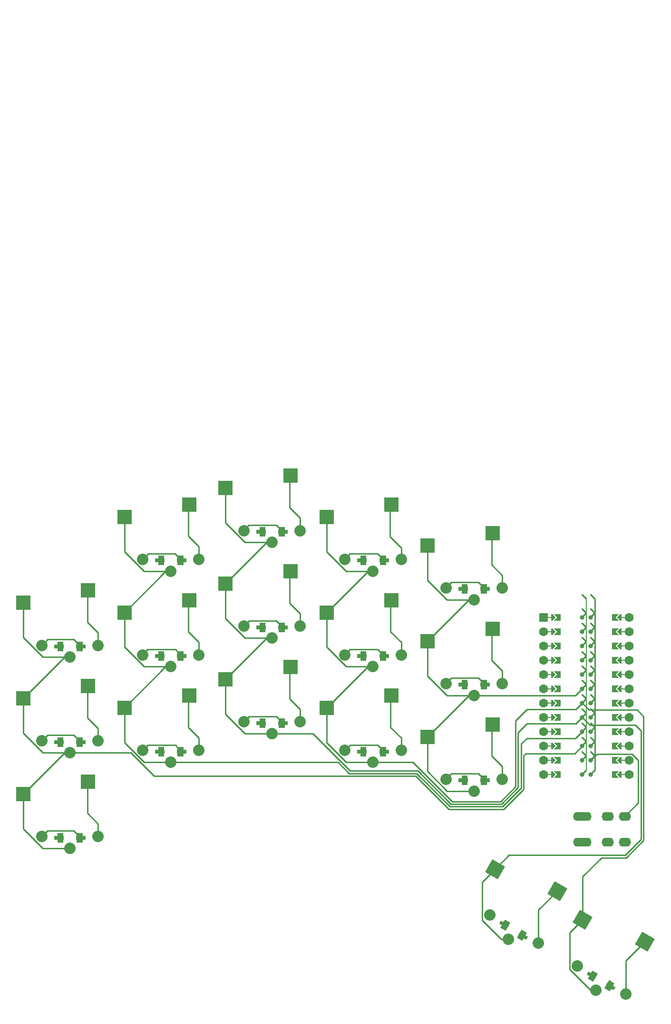
<source format=gbr>
%TF.GenerationSoftware,KiCad,Pcbnew,(6.0.6-1)-1*%
%TF.CreationDate,2022-07-25T21:02:29-05:00*%
%TF.ProjectId,smcboard,736d6362-6f61-4726-942e-6b696361645f,v1.0.0*%
%TF.SameCoordinates,Original*%
%TF.FileFunction,Copper,L1,Top*%
%TF.FilePolarity,Positive*%
%FSLAX46Y46*%
G04 Gerber Fmt 4.6, Leading zero omitted, Abs format (unit mm)*
G04 Created by KiCad (PCBNEW (6.0.6-1)-1) date 2022-07-25 21:02:29*
%MOMM*%
%LPD*%
G01*
G04 APERTURE LIST*
G04 Aperture macros list*
%AMRotRect*
0 Rectangle, with rotation*
0 The origin of the aperture is its center*
0 $1 length*
0 $2 width*
0 $3 Rotation angle, in degrees counterclockwise*
0 Add horizontal line*
21,1,$1,$2,0,0,$3*%
%AMFreePoly0*
4,1,21,0.800354,0.825354,0.800500,0.825000,0.800500,0.300000,0.825000,0.300000,0.825000,-0.300000,0.800500,-0.300000,0.800500,-0.825000,0.800354,-0.825354,0.800000,-0.825500,-0.290000,-0.825500,-0.290354,-0.825354,-0.290500,-0.825000,-0.290500,-0.300000,-0.825000,-0.300000,-0.825000,0.300000,-0.290500,0.300000,-0.290500,0.825000,-0.290354,0.825354,-0.290000,0.825500,0.800000,0.825500,
0.800354,0.825354,0.800354,0.825354,$1*%
%AMFreePoly1*
4,1,21,0.300354,0.825354,0.300500,0.825000,0.300500,0.300000,0.825000,0.300000,0.825000,-0.300000,0.300500,-0.300000,0.300500,-0.825000,0.300354,-0.825354,0.300000,-0.825500,-0.800000,-0.825500,-0.800354,-0.825354,-0.800500,-0.825000,-0.800500,-0.300000,-0.825000,-0.300000,-0.825000,0.300000,-0.800500,0.300000,-0.800500,0.825000,-0.800354,0.825354,-0.800000,0.825500,0.300000,0.825500,
0.300354,0.825354,0.300354,0.825354,$1*%
%AMFreePoly2*
4,1,49,0.088388,4.152388,0.854389,3.386388,0.867708,3.368551,0.871189,3.365530,0.871982,3.362827,0.875852,3.357644,0.882333,3.327543,0.891000,3.298000,0.891000,0.766000,0.887805,0.743969,0.888131,0.739371,0.886780,0.736898,0.885852,0.730498,0.869154,0.704638,0.854389,0.677612,0.088388,-0.088388,0.064607,-0.106146,0.062500,-0.108253,0.061385,-0.108552,0.059644,-0.109852,
0.043810,-0.113261,0.000000,-0.125000,-0.004774,-0.123721,-0.009154,-0.124664,-0.028953,-0.117242,-0.062500,-0.108253,-0.068237,-0.102516,-0.075052,-0.099961,-0.087614,-0.083139,-0.108253,-0.062500,-0.111178,-0.051584,-0.117161,-0.043572,-0.118539,-0.024114,-0.125000,0.000000,-0.121239,0.014035,-0.122131,0.026629,-0.113759,0.041953,-0.108253,0.062500,-0.095642,0.075111,-0.088388,0.088388,
0.641000,0.817777,0.641000,3.246223,-0.088388,3.975612,-0.109852,4.004356,-0.124664,4.073154,-0.099961,4.139052,-0.043572,4.181161,0.026629,4.186131,0.088388,4.152388,0.088388,4.152388,$1*%
%AMFreePoly3*
4,1,6,0.600000,0.200000,0.000000,-0.400000,-0.600000,0.200000,-0.600000,0.400000,0.600000,0.400000,0.600000,0.200000,0.600000,0.200000,$1*%
%AMFreePoly4*
4,1,6,0.600000,-0.250000,-0.600000,-0.250000,-0.600000,1.000000,0.000000,0.400000,0.600000,1.000000,0.600000,-0.250000,0.600000,-0.250000,$1*%
%AMFreePoly5*
4,1,5,0.125000,-0.500000,-0.125000,-0.500000,-0.125000,0.500000,0.125000,0.500000,0.125000,-0.500000,0.125000,-0.500000,$1*%
%AMFreePoly6*
4,1,49,0.088388,4.152388,0.850389,3.390388,0.863708,3.372551,0.867189,3.369530,0.867982,3.366827,0.871852,3.361644,0.878333,3.331543,0.887000,3.302000,0.887000,0.762000,0.883805,0.739969,0.884131,0.735371,0.882780,0.732898,0.881852,0.726498,0.865154,0.700638,0.850389,0.673612,0.088388,-0.088388,0.064607,-0.106146,0.062500,-0.108253,0.061385,-0.108552,0.059644,-0.109852,
0.043810,-0.113261,0.000000,-0.125000,-0.004774,-0.123721,-0.009154,-0.124664,-0.028953,-0.117242,-0.062500,-0.108253,-0.068237,-0.102516,-0.075052,-0.099961,-0.087614,-0.083139,-0.108253,-0.062500,-0.111178,-0.051584,-0.117161,-0.043572,-0.118539,-0.024114,-0.125000,0.000000,-0.121239,0.014035,-0.122131,0.026629,-0.113759,0.041953,-0.108253,0.062500,-0.095642,0.075111,-0.088388,0.088388,
0.637000,0.813777,0.637000,3.250223,-0.088388,3.975612,-0.109852,4.004356,-0.124664,4.073154,-0.099961,4.139052,-0.043572,4.181161,0.026629,4.186131,0.088388,4.152388,0.088388,4.152388,$1*%
G04 Aperture macros list end*
%TA.AperFunction,SMDPad,CuDef*%
%ADD10R,2.600000X2.600000*%
%TD*%
%TA.AperFunction,ComponentPad*%
%ADD11C,2.032000*%
%TD*%
%TA.AperFunction,SMDPad,CuDef*%
%ADD12FreePoly0,0.000000*%
%TD*%
%TA.AperFunction,SMDPad,CuDef*%
%ADD13FreePoly1,0.000000*%
%TD*%
%TA.AperFunction,ComponentPad*%
%ADD14C,0.300000*%
%TD*%
%TA.AperFunction,SMDPad,CuDef*%
%ADD15RotRect,2.600000X2.600000X330.000000*%
%TD*%
%TA.AperFunction,SMDPad,CuDef*%
%ADD16FreePoly0,330.000000*%
%TD*%
%TA.AperFunction,SMDPad,CuDef*%
%ADD17FreePoly1,330.000000*%
%TD*%
%TA.AperFunction,SMDPad,CuDef*%
%ADD18FreePoly2,270.000000*%
%TD*%
%TA.AperFunction,ComponentPad*%
%ADD19C,1.600000*%
%TD*%
%TA.AperFunction,SMDPad,CuDef*%
%ADD20FreePoly3,90.000000*%
%TD*%
%TA.AperFunction,SMDPad,CuDef*%
%ADD21FreePoly4,90.000000*%
%TD*%
%TA.AperFunction,SMDPad,CuDef*%
%ADD22FreePoly5,90.000000*%
%TD*%
%TA.AperFunction,ComponentPad*%
%ADD23R,1.600000X1.600000*%
%TD*%
%TA.AperFunction,SMDPad,CuDef*%
%ADD24FreePoly4,270.000000*%
%TD*%
%TA.AperFunction,SMDPad,CuDef*%
%ADD25FreePoly5,270.000000*%
%TD*%
%TA.AperFunction,SMDPad,CuDef*%
%ADD26FreePoly3,270.000000*%
%TD*%
%TA.AperFunction,SMDPad,CuDef*%
%ADD27FreePoly6,90.000000*%
%TD*%
%TA.AperFunction,ComponentPad*%
%ADD28C,0.800000*%
%TD*%
%TA.AperFunction,ComponentPad*%
%ADD29O,2.200000X1.600000*%
%TD*%
%TA.AperFunction,Conductor*%
%ADD30C,0.250000*%
%TD*%
G04 APERTURE END LIST*
D10*
%TO.P,S1,1*%
%TO.N,pinky_bottom*%
X141836539Y-136546000D03*
%TO.P,S1,2*%
%TO.N,P7*%
X130286539Y-138746000D03*
%TD*%
D11*
%TO.P,S2,1*%
%TO.N,pinky_bottom*%
X133561539Y-146296000D03*
%TO.P,S2,2*%
%TO.N,P7*%
X138561539Y-148396000D03*
%TO.P,S2,1*%
%TO.N,pinky_bottom*%
X143561539Y-146296000D03*
%TO.P,S2,2*%
%TO.N,P7*%
X138561539Y-148396000D03*
%TD*%
D12*
%TO.P,D1,1*%
%TO.N,P2*%
X136611539Y-146496000D03*
D13*
%TO.P,D1,2*%
%TO.N,pinky_bottom*%
X140511539Y-146496000D03*
D14*
%TO.P,D1,1*%
%TO.N,P2*%
X136611539Y-146496000D03*
%TO.P,D1,2*%
%TO.N,pinky_bottom*%
X140511539Y-146496000D03*
%TD*%
D10*
%TO.P,S3,1*%
%TO.N,pinky_home*%
X141836539Y-119546000D03*
%TO.P,S3,2*%
%TO.N,P7*%
X130286539Y-121746000D03*
%TD*%
D11*
%TO.P,S4,1*%
%TO.N,pinky_home*%
X133561539Y-129296000D03*
%TO.P,S4,2*%
%TO.N,P7*%
X138561539Y-131396000D03*
%TO.P,S4,1*%
%TO.N,pinky_home*%
X143561539Y-129296000D03*
%TO.P,S4,2*%
%TO.N,P7*%
X138561539Y-131396000D03*
%TD*%
D12*
%TO.P,D2,1*%
%TO.N,P0*%
X136611539Y-129496000D03*
D13*
%TO.P,D2,2*%
%TO.N,pinky_home*%
X140511539Y-129496000D03*
D14*
%TO.P,D2,1*%
%TO.N,P0*%
X136611539Y-129496000D03*
%TO.P,D2,2*%
%TO.N,pinky_home*%
X140511539Y-129496000D03*
%TD*%
D10*
%TO.P,S5,1*%
%TO.N,pinky_top*%
X141836539Y-102546000D03*
%TO.P,S5,2*%
%TO.N,P7*%
X130286539Y-104746000D03*
%TD*%
D11*
%TO.P,S6,1*%
%TO.N,pinky_top*%
X133561539Y-112296000D03*
%TO.P,S6,2*%
%TO.N,P7*%
X138561539Y-114396000D03*
%TO.P,S6,1*%
%TO.N,pinky_top*%
X143561539Y-112296000D03*
%TO.P,S6,2*%
%TO.N,P7*%
X138561539Y-114396000D03*
%TD*%
D12*
%TO.P,D3,1*%
%TO.N,P1*%
X136611539Y-112496000D03*
D13*
%TO.P,D3,2*%
%TO.N,pinky_top*%
X140511539Y-112496000D03*
D14*
%TO.P,D3,1*%
%TO.N,P1*%
X136611539Y-112496000D03*
%TO.P,D3,2*%
%TO.N,pinky_top*%
X140511539Y-112496000D03*
%TD*%
D10*
%TO.P,S7,1*%
%TO.N,ring_bottom*%
X159836539Y-121246000D03*
%TO.P,S7,2*%
%TO.N,P6*%
X148286539Y-123446000D03*
%TD*%
D11*
%TO.P,S8,1*%
%TO.N,ring_bottom*%
X151561539Y-130996000D03*
%TO.P,S8,2*%
%TO.N,P6*%
X156561539Y-133096000D03*
%TO.P,S8,1*%
%TO.N,ring_bottom*%
X161561539Y-130996000D03*
%TO.P,S8,2*%
%TO.N,P6*%
X156561539Y-133096000D03*
%TD*%
D12*
%TO.P,D4,1*%
%TO.N,P2*%
X154611539Y-131196000D03*
D13*
%TO.P,D4,2*%
%TO.N,ring_bottom*%
X158511539Y-131196000D03*
D14*
%TO.P,D4,1*%
%TO.N,P2*%
X154611539Y-131196000D03*
%TO.P,D4,2*%
%TO.N,ring_bottom*%
X158511539Y-131196000D03*
%TD*%
D10*
%TO.P,S9,1*%
%TO.N,ring_home*%
X159836539Y-104246000D03*
%TO.P,S9,2*%
%TO.N,P6*%
X148286539Y-106446000D03*
%TD*%
D11*
%TO.P,S10,1*%
%TO.N,ring_home*%
X151561539Y-113996000D03*
%TO.P,S10,2*%
%TO.N,P6*%
X156561539Y-116096000D03*
%TO.P,S10,1*%
%TO.N,ring_home*%
X161561539Y-113996000D03*
%TO.P,S10,2*%
%TO.N,P6*%
X156561539Y-116096000D03*
%TD*%
D12*
%TO.P,D5,1*%
%TO.N,P0*%
X154611539Y-114196000D03*
D13*
%TO.P,D5,2*%
%TO.N,ring_home*%
X158511539Y-114196000D03*
D14*
%TO.P,D5,1*%
%TO.N,P0*%
X154611539Y-114196000D03*
%TO.P,D5,2*%
%TO.N,ring_home*%
X158511539Y-114196000D03*
%TD*%
D10*
%TO.P,S11,1*%
%TO.N,ring_top*%
X159836539Y-87246000D03*
%TO.P,S11,2*%
%TO.N,P6*%
X148286539Y-89446000D03*
%TD*%
D11*
%TO.P,S12,1*%
%TO.N,ring_top*%
X151561539Y-96996000D03*
%TO.P,S12,2*%
%TO.N,P6*%
X156561539Y-99096000D03*
%TO.P,S12,1*%
%TO.N,ring_top*%
X161561539Y-96996000D03*
%TO.P,S12,2*%
%TO.N,P6*%
X156561539Y-99096000D03*
%TD*%
D12*
%TO.P,D6,1*%
%TO.N,P1*%
X154611539Y-97196000D03*
D13*
%TO.P,D6,2*%
%TO.N,ring_top*%
X158511539Y-97196000D03*
D14*
%TO.P,D6,1*%
%TO.N,P1*%
X154611539Y-97196000D03*
%TO.P,D6,2*%
%TO.N,ring_top*%
X158511539Y-97196000D03*
%TD*%
D10*
%TO.P,S13,1*%
%TO.N,middle_bottom*%
X177836539Y-116146000D03*
%TO.P,S13,2*%
%TO.N,P5*%
X166286539Y-118346000D03*
%TD*%
D11*
%TO.P,S14,1*%
%TO.N,middle_bottom*%
X169561539Y-125896000D03*
%TO.P,S14,2*%
%TO.N,P5*%
X174561539Y-127996000D03*
%TO.P,S14,1*%
%TO.N,middle_bottom*%
X179561539Y-125896000D03*
%TO.P,S14,2*%
%TO.N,P5*%
X174561539Y-127996000D03*
%TD*%
D12*
%TO.P,D7,1*%
%TO.N,P2*%
X172611539Y-126096000D03*
D13*
%TO.P,D7,2*%
%TO.N,middle_bottom*%
X176511539Y-126096000D03*
D14*
%TO.P,D7,1*%
%TO.N,P2*%
X172611539Y-126096000D03*
%TO.P,D7,2*%
%TO.N,middle_bottom*%
X176511539Y-126096000D03*
%TD*%
D10*
%TO.P,S15,1*%
%TO.N,middle_home*%
X177836539Y-99146000D03*
%TO.P,S15,2*%
%TO.N,P5*%
X166286539Y-101346000D03*
%TD*%
D11*
%TO.P,S16,1*%
%TO.N,middle_home*%
X169561539Y-108896000D03*
%TO.P,S16,2*%
%TO.N,P5*%
X174561539Y-110996000D03*
%TO.P,S16,1*%
%TO.N,middle_home*%
X179561539Y-108896000D03*
%TO.P,S16,2*%
%TO.N,P5*%
X174561539Y-110996000D03*
%TD*%
D12*
%TO.P,D8,1*%
%TO.N,P0*%
X172611539Y-109096000D03*
D13*
%TO.P,D8,2*%
%TO.N,middle_home*%
X176511539Y-109096000D03*
D14*
%TO.P,D8,1*%
%TO.N,P0*%
X172611539Y-109096000D03*
%TO.P,D8,2*%
%TO.N,middle_home*%
X176511539Y-109096000D03*
%TD*%
D10*
%TO.P,S17,1*%
%TO.N,middle_top*%
X177836539Y-82146000D03*
%TO.P,S17,2*%
%TO.N,P5*%
X166286539Y-84346000D03*
%TD*%
D11*
%TO.P,S18,1*%
%TO.N,middle_top*%
X169561539Y-91896000D03*
%TO.P,S18,2*%
%TO.N,P5*%
X174561539Y-93996000D03*
%TO.P,S18,1*%
%TO.N,middle_top*%
X179561539Y-91896000D03*
%TO.P,S18,2*%
%TO.N,P5*%
X174561539Y-93996000D03*
%TD*%
D12*
%TO.P,D9,1*%
%TO.N,P1*%
X172611539Y-92096000D03*
D13*
%TO.P,D9,2*%
%TO.N,middle_top*%
X176511539Y-92096000D03*
D14*
%TO.P,D9,1*%
%TO.N,P1*%
X172611539Y-92096000D03*
%TO.P,D9,2*%
%TO.N,middle_top*%
X176511539Y-92096000D03*
%TD*%
D10*
%TO.P,S19,1*%
%TO.N,index_bottom*%
X195836539Y-121246000D03*
%TO.P,S19,2*%
%TO.N,P4*%
X184286539Y-123446000D03*
%TD*%
D11*
%TO.P,S20,1*%
%TO.N,index_bottom*%
X187561539Y-130996000D03*
%TO.P,S20,2*%
%TO.N,P4*%
X192561539Y-133096000D03*
%TO.P,S20,1*%
%TO.N,index_bottom*%
X197561539Y-130996000D03*
%TO.P,S20,2*%
%TO.N,P4*%
X192561539Y-133096000D03*
%TD*%
D12*
%TO.P,D10,1*%
%TO.N,P2*%
X190611539Y-131196000D03*
D13*
%TO.P,D10,2*%
%TO.N,index_bottom*%
X194511539Y-131196000D03*
D14*
%TO.P,D10,1*%
%TO.N,P2*%
X190611539Y-131196000D03*
%TO.P,D10,2*%
%TO.N,index_bottom*%
X194511539Y-131196000D03*
%TD*%
D10*
%TO.P,S21,1*%
%TO.N,index_home*%
X195836539Y-104246000D03*
%TO.P,S21,2*%
%TO.N,P4*%
X184286539Y-106446000D03*
%TD*%
D11*
%TO.P,S22,1*%
%TO.N,index_home*%
X187561539Y-113996000D03*
%TO.P,S22,2*%
%TO.N,P4*%
X192561539Y-116096000D03*
%TO.P,S22,1*%
%TO.N,index_home*%
X197561539Y-113996000D03*
%TO.P,S22,2*%
%TO.N,P4*%
X192561539Y-116096000D03*
%TD*%
D12*
%TO.P,D11,1*%
%TO.N,P0*%
X190611539Y-114196000D03*
D13*
%TO.P,D11,2*%
%TO.N,index_home*%
X194511539Y-114196000D03*
D14*
%TO.P,D11,1*%
%TO.N,P0*%
X190611539Y-114196000D03*
%TO.P,D11,2*%
%TO.N,index_home*%
X194511539Y-114196000D03*
%TD*%
D10*
%TO.P,S23,1*%
%TO.N,index_top*%
X195836539Y-87246000D03*
%TO.P,S23,2*%
%TO.N,P4*%
X184286539Y-89446000D03*
%TD*%
D11*
%TO.P,S24,1*%
%TO.N,index_top*%
X187561539Y-96996000D03*
%TO.P,S24,2*%
%TO.N,P4*%
X192561539Y-99096000D03*
%TO.P,S24,1*%
%TO.N,index_top*%
X197561539Y-96996000D03*
%TO.P,S24,2*%
%TO.N,P4*%
X192561539Y-99096000D03*
%TD*%
D12*
%TO.P,D12,1*%
%TO.N,P1*%
X190611539Y-97196000D03*
D13*
%TO.P,D12,2*%
%TO.N,index_top*%
X194511539Y-97196000D03*
D14*
%TO.P,D12,1*%
%TO.N,P1*%
X190611539Y-97196000D03*
%TO.P,D12,2*%
%TO.N,index_top*%
X194511539Y-97196000D03*
%TD*%
D10*
%TO.P,S25,1*%
%TO.N,inner_bottom*%
X213836539Y-126346000D03*
%TO.P,S25,2*%
%TO.N,P3*%
X202286539Y-128546000D03*
%TD*%
D11*
%TO.P,S26,1*%
%TO.N,inner_bottom*%
X205561539Y-136096000D03*
%TO.P,S26,2*%
%TO.N,P3*%
X210561539Y-138196000D03*
%TO.P,S26,1*%
%TO.N,inner_bottom*%
X215561539Y-136096000D03*
%TO.P,S26,2*%
%TO.N,P3*%
X210561539Y-138196000D03*
%TD*%
D12*
%TO.P,D13,1*%
%TO.N,P2*%
X208611539Y-136296000D03*
D13*
%TO.P,D13,2*%
%TO.N,inner_bottom*%
X212511539Y-136296000D03*
D14*
%TO.P,D13,1*%
%TO.N,P2*%
X208611539Y-136296000D03*
%TO.P,D13,2*%
%TO.N,inner_bottom*%
X212511539Y-136296000D03*
%TD*%
D10*
%TO.P,S27,1*%
%TO.N,inner_home*%
X213836539Y-109346000D03*
%TO.P,S27,2*%
%TO.N,P3*%
X202286539Y-111546000D03*
%TD*%
D11*
%TO.P,S28,1*%
%TO.N,inner_home*%
X205561539Y-119096000D03*
%TO.P,S28,2*%
%TO.N,P3*%
X210561539Y-121196000D03*
%TO.P,S28,1*%
%TO.N,inner_home*%
X215561539Y-119096000D03*
%TO.P,S28,2*%
%TO.N,P3*%
X210561539Y-121196000D03*
%TD*%
D12*
%TO.P,D14,1*%
%TO.N,P0*%
X208611539Y-119296000D03*
D13*
%TO.P,D14,2*%
%TO.N,inner_home*%
X212511539Y-119296000D03*
D14*
%TO.P,D14,1*%
%TO.N,P0*%
X208611539Y-119296000D03*
%TO.P,D14,2*%
%TO.N,inner_home*%
X212511539Y-119296000D03*
%TD*%
D10*
%TO.P,S29,1*%
%TO.N,inner_top*%
X213836539Y-92346000D03*
%TO.P,S29,2*%
%TO.N,P3*%
X202286539Y-94546000D03*
%TD*%
D11*
%TO.P,S30,1*%
%TO.N,inner_top*%
X205561539Y-102096000D03*
%TO.P,S30,2*%
%TO.N,P3*%
X210561539Y-104196000D03*
%TO.P,S30,1*%
%TO.N,inner_top*%
X215561539Y-102096000D03*
%TO.P,S30,2*%
%TO.N,P3*%
X210561539Y-104196000D03*
%TD*%
D12*
%TO.P,D15,1*%
%TO.N,P1*%
X208611539Y-102296000D03*
D13*
%TO.P,D15,2*%
%TO.N,inner_top*%
X212511539Y-102296000D03*
D14*
%TO.P,D15,1*%
%TO.N,P1*%
X208611539Y-102296000D03*
%TO.P,D15,2*%
%TO.N,inner_top*%
X212511539Y-102296000D03*
%TD*%
D15*
%TO.P,S31,1*%
%TO.N,near_thumb*%
X225372772Y-155980649D03*
%TO.P,S31,2*%
%TO.N,P5*%
X214270179Y-152110905D03*
%TD*%
D11*
%TO.P,S32,1*%
%TO.N,near_thumb*%
X213331412Y-160286897D03*
%TO.P,S32,2*%
%TO.N,P5*%
X216611539Y-164605550D03*
%TO.P,S32,1*%
%TO.N,near_thumb*%
X221991666Y-165286897D03*
%TO.P,S32,2*%
%TO.N,P5*%
X216611539Y-164605550D03*
%TD*%
D16*
%TO.P,D16,1*%
%TO.N,P9*%
X215872789Y-161985102D03*
D17*
%TO.P,D16,2*%
%TO.N,near_thumb*%
X219250289Y-163935102D03*
D14*
%TO.P,D16,1*%
%TO.N,P9*%
X215872789Y-161985102D03*
%TO.P,D16,2*%
%TO.N,near_thumb*%
X219250289Y-163935102D03*
%TD*%
D15*
%TO.P,S33,1*%
%TO.N,home_thumb*%
X240961229Y-164980649D03*
%TO.P,S33,2*%
%TO.N,P4*%
X229858636Y-161110905D03*
%TD*%
D11*
%TO.P,S34,1*%
%TO.N,home_thumb*%
X228919869Y-169286897D03*
%TO.P,S34,2*%
%TO.N,P4*%
X232199996Y-173605550D03*
%TO.P,S34,1*%
%TO.N,home_thumb*%
X237580123Y-174286897D03*
%TO.P,S34,2*%
%TO.N,P4*%
X232199996Y-173605550D03*
%TD*%
D16*
%TO.P,D17,1*%
%TO.N,P9*%
X231461246Y-170985102D03*
D17*
%TO.P,D17,2*%
%TO.N,home_thumb*%
X234838746Y-172935102D03*
D14*
%TO.P,D17,1*%
%TO.N,P9*%
X231461246Y-170985102D03*
%TO.P,D17,2*%
%TO.N,home_thumb*%
X234838746Y-172935102D03*
%TD*%
D18*
%TO.P,MCU1,2*%
%TO.N,GND*%
X231323539Y-109866000D03*
D19*
%TO.P,MCU1,*%
%TO.N,*%
X222941539Y-107326000D03*
X222941539Y-109866000D03*
X222941539Y-112406000D03*
X222941539Y-114946000D03*
X222941539Y-117486000D03*
X222941539Y-120026000D03*
X222941539Y-122566000D03*
X222941539Y-125106000D03*
X222941539Y-127646000D03*
X222941539Y-130186000D03*
X222941539Y-132726000D03*
X222941539Y-135266000D03*
X238181539Y-135266000D03*
X238181539Y-132726000D03*
X238181539Y-130186000D03*
X238181539Y-127646000D03*
X238181539Y-125106000D03*
X238181539Y-122566000D03*
X238181539Y-120026000D03*
X238181539Y-117486000D03*
X238181539Y-114946000D03*
X238181539Y-112406000D03*
X238181539Y-109866000D03*
X238181539Y-107326000D03*
D20*
X224719539Y-107326000D03*
D21*
%TO.P,MCU1,24*%
%TO.N,P1*%
X225735539Y-107326000D03*
D22*
%TO.P,MCU1,*%
%TO.N,*%
X224211539Y-107326000D03*
D23*
X222941539Y-107326000D03*
D22*
X224211539Y-109866000D03*
D20*
X224719539Y-109866000D03*
D21*
%TO.P,MCU1,23*%
%TO.N,P0*%
X225735539Y-109866000D03*
D22*
%TO.P,MCU1,*%
%TO.N,*%
X224211539Y-112406000D03*
D20*
X224719539Y-112406000D03*
D21*
%TO.P,MCU1,22*%
%TO.N,GND*%
X225735539Y-112406000D03*
D22*
%TO.P,MCU1,*%
%TO.N,*%
X224211539Y-114946000D03*
D20*
X224719539Y-114946000D03*
D21*
%TO.P,MCU1,21*%
%TO.N,GND*%
X225735539Y-114946000D03*
D22*
%TO.P,MCU1,*%
%TO.N,*%
X224211539Y-117486000D03*
D20*
X224719539Y-117486000D03*
D21*
%TO.P,MCU1,20*%
%TO.N,P2*%
X225735539Y-117486000D03*
D22*
%TO.P,MCU1,*%
%TO.N,*%
X224211539Y-120026000D03*
D20*
X224719539Y-120026000D03*
D21*
%TO.P,MCU1,19*%
%TO.N,P3*%
X225735539Y-120026000D03*
D22*
%TO.P,MCU1,*%
%TO.N,*%
X224211539Y-122566000D03*
D20*
X224719539Y-122566000D03*
D21*
%TO.P,MCU1,18*%
%TO.N,P4*%
X225735539Y-122566000D03*
D22*
%TO.P,MCU1,*%
%TO.N,*%
X224211539Y-125106000D03*
D20*
X224719539Y-125106000D03*
D21*
%TO.P,MCU1,17*%
%TO.N,P5*%
X225735539Y-125106000D03*
D22*
%TO.P,MCU1,*%
%TO.N,*%
X224211539Y-127646000D03*
D20*
X224719539Y-127646000D03*
D21*
%TO.P,MCU1,16*%
%TO.N,P6*%
X225735539Y-127646000D03*
D22*
%TO.P,MCU1,*%
%TO.N,*%
X224211539Y-130186000D03*
D20*
X224719539Y-130186000D03*
D21*
%TO.P,MCU1,15*%
%TO.N,P7*%
X225735539Y-130186000D03*
D22*
%TO.P,MCU1,*%
%TO.N,*%
X224211539Y-132726000D03*
D20*
X224719539Y-132726000D03*
D21*
%TO.P,MCU1,14*%
%TO.N,P8*%
X225735539Y-132726000D03*
D22*
%TO.P,MCU1,*%
%TO.N,*%
X224211539Y-135266000D03*
D20*
X224719539Y-135266000D03*
D21*
%TO.P,MCU1,13*%
%TO.N,P9*%
X225735539Y-135266000D03*
D24*
%TO.P,MCU1,1*%
%TO.N,RAW*%
X235387539Y-107326000D03*
%TO.P,MCU1,3*%
%TO.N,RST*%
X235387539Y-112406000D03*
D25*
%TO.P,MCU1,*%
%TO.N,*%
X236911539Y-112406000D03*
D26*
X236403539Y-112406000D03*
X236403539Y-107326000D03*
D25*
X236911539Y-109866000D03*
D24*
%TO.P,MCU1,2*%
%TO.N,GND*%
X235387539Y-109866000D03*
D25*
%TO.P,MCU1,*%
%TO.N,*%
X236911539Y-107326000D03*
D24*
%TO.P,MCU1,4*%
%TO.N,VCC*%
X235387539Y-114946000D03*
D26*
%TO.P,MCU1,*%
%TO.N,*%
X236403539Y-109866000D03*
X236403539Y-114946000D03*
D24*
%TO.P,MCU1,6*%
%TO.N,P20*%
X235387539Y-120026000D03*
%TO.P,MCU1,7*%
%TO.N,P19*%
X235387539Y-122566000D03*
D25*
%TO.P,MCU1,*%
%TO.N,*%
X236911539Y-135266000D03*
D26*
X236403539Y-122566000D03*
D25*
X236911539Y-130186000D03*
D24*
%TO.P,MCU1,8*%
%TO.N,P18*%
X235387539Y-125106000D03*
D25*
%TO.P,MCU1,*%
%TO.N,*%
X236911539Y-122566000D03*
D24*
%TO.P,MCU1,12*%
%TO.N,P10*%
X235387539Y-135266000D03*
D26*
%TO.P,MCU1,*%
%TO.N,*%
X236403539Y-125106000D03*
D25*
X236911539Y-127646000D03*
D26*
X236403539Y-135266000D03*
D25*
X236911539Y-117486000D03*
X236911539Y-125106000D03*
X236911539Y-120026000D03*
D24*
%TO.P,MCU1,9*%
%TO.N,P15*%
X235387539Y-127646000D03*
D25*
%TO.P,MCU1,*%
%TO.N,*%
X236911539Y-114946000D03*
D26*
X236403539Y-117486000D03*
X236403539Y-120026000D03*
X236403539Y-127646000D03*
D24*
%TO.P,MCU1,10*%
%TO.N,P14*%
X235387539Y-130186000D03*
D26*
%TO.P,MCU1,*%
%TO.N,*%
X236403539Y-130186000D03*
X236403539Y-132726000D03*
D24*
%TO.P,MCU1,11*%
%TO.N,P16*%
X235387539Y-132726000D03*
D25*
%TO.P,MCU1,*%
%TO.N,*%
X236911539Y-132726000D03*
D24*
%TO.P,MCU1,5*%
%TO.N,P21*%
X235387539Y-117486000D03*
D27*
%TO.P,MCU1,23*%
%TO.N,P0*%
X229799539Y-109866000D03*
D28*
%TO.P,MCU1,2*%
%TO.N,GND*%
X231323539Y-109866000D03*
%TO.P,MCU1,23*%
%TO.N,P0*%
X229799539Y-109866000D03*
%TO.P,MCU1,24*%
%TO.N,P1*%
X229799539Y-107326000D03*
%TO.P,MCU1,1*%
%TO.N,RAW*%
X231323539Y-107326000D03*
D18*
X231323539Y-107326000D03*
D27*
%TO.P,MCU1,24*%
%TO.N,P1*%
X229799539Y-107326000D03*
D28*
%TO.P,MCU1,22*%
%TO.N,GND*%
X229799539Y-112406000D03*
%TO.P,MCU1,3*%
%TO.N,RST*%
X231323539Y-112406000D03*
D18*
X231323539Y-112406000D03*
D27*
%TO.P,MCU1,22*%
%TO.N,GND*%
X229799539Y-112406000D03*
D28*
%TO.P,MCU1,21*%
X229799539Y-114946000D03*
%TO.P,MCU1,4*%
%TO.N,VCC*%
X231323539Y-114946000D03*
D18*
X231323539Y-114946000D03*
D27*
%TO.P,MCU1,21*%
%TO.N,GND*%
X229799539Y-114946000D03*
D28*
%TO.P,MCU1,20*%
%TO.N,P2*%
X229799539Y-117486000D03*
%TO.P,MCU1,5*%
%TO.N,P21*%
X231323539Y-117486000D03*
D18*
X231323539Y-117486000D03*
D27*
%TO.P,MCU1,20*%
%TO.N,P2*%
X229799539Y-117486000D03*
D28*
%TO.P,MCU1,19*%
%TO.N,P3*%
X229799539Y-120026000D03*
%TO.P,MCU1,6*%
%TO.N,P20*%
X231323539Y-120026000D03*
D18*
X231323539Y-120026000D03*
D27*
%TO.P,MCU1,19*%
%TO.N,P3*%
X229799539Y-120026000D03*
D28*
%TO.P,MCU1,18*%
%TO.N,P4*%
X229799539Y-122566000D03*
%TO.P,MCU1,7*%
%TO.N,P19*%
X231323539Y-122566000D03*
D18*
X231323539Y-122566000D03*
D27*
%TO.P,MCU1,18*%
%TO.N,P4*%
X229799539Y-122566000D03*
D28*
%TO.P,MCU1,17*%
%TO.N,P5*%
X229799539Y-125106000D03*
%TO.P,MCU1,8*%
%TO.N,P18*%
X231323539Y-125106000D03*
D18*
X231323539Y-125106000D03*
D27*
%TO.P,MCU1,17*%
%TO.N,P5*%
X229799539Y-125106000D03*
D28*
%TO.P,MCU1,16*%
%TO.N,P6*%
X229799539Y-127646000D03*
%TO.P,MCU1,9*%
%TO.N,P15*%
X231323539Y-127646000D03*
D18*
X231323539Y-127646000D03*
D27*
%TO.P,MCU1,16*%
%TO.N,P6*%
X229799539Y-127646000D03*
D28*
%TO.P,MCU1,15*%
%TO.N,P7*%
X229799539Y-130186000D03*
%TO.P,MCU1,10*%
%TO.N,P14*%
X231323539Y-130186000D03*
D18*
X231323539Y-130186000D03*
D27*
%TO.P,MCU1,15*%
%TO.N,P7*%
X229799539Y-130186000D03*
D28*
%TO.P,MCU1,14*%
%TO.N,P8*%
X229799539Y-132726000D03*
%TO.P,MCU1,11*%
%TO.N,P16*%
X231323539Y-132726000D03*
D18*
X231323539Y-132726000D03*
D27*
%TO.P,MCU1,14*%
%TO.N,P8*%
X229799539Y-132726000D03*
D28*
%TO.P,MCU1,13*%
%TO.N,P9*%
X229799539Y-135266000D03*
%TO.P,MCU1,12*%
%TO.N,P10*%
X231323539Y-135266000D03*
D18*
X231323539Y-135266000D03*
D27*
%TO.P,MCU1,13*%
%TO.N,P9*%
X229799539Y-135266000D03*
%TD*%
D29*
%TO.P,REF\u002A\u002A,1*%
%TO.N,VCC*%
X229261539Y-147296000D03*
%TO.P,REF\u002A\u002A,2*%
X230361539Y-142696000D03*
%TO.P,REF\u002A\u002A,3*%
%TO.N,GND*%
X234361539Y-142696000D03*
%TO.P,REF\u002A\u002A,4*%
%TO.N,P16*%
X237361539Y-142696000D03*
%TO.P,REF\u002A\u002A,1*%
%TO.N,VCC*%
X229261539Y-142696000D03*
%TO.P,REF\u002A\u002A,2*%
X230361539Y-147296000D03*
%TO.P,REF\u002A\u002A,3*%
%TO.N,GND*%
X234361539Y-147296000D03*
%TO.P,REF\u002A\u002A,4*%
%TO.N,P16*%
X237361539Y-147296000D03*
%TD*%
D30*
%TO.N,P5*%
X214270179Y-152110905D02*
X216775084Y-149606000D01*
X216775084Y-149606000D02*
X237490000Y-149606000D01*
X231185539Y-126492000D02*
X229799539Y-125106000D01*
X237490000Y-149606000D02*
X240284000Y-146812000D01*
X240284000Y-146812000D02*
X240284000Y-127508000D01*
X240284000Y-127508000D02*
X239268000Y-126492000D01*
X239268000Y-126492000D02*
X231185539Y-126492000D01*
%TO.N,P4*%
X240734000Y-146998396D02*
X240734000Y-124910000D01*
X229858636Y-153427364D02*
X233230000Y-150056000D01*
X229858636Y-161110905D02*
X229858636Y-153427364D01*
X233230000Y-150056000D02*
X237676396Y-150056000D01*
X237676396Y-150056000D02*
X240734000Y-146998396D01*
X240734000Y-124910000D02*
X239606000Y-123782000D01*
X239606000Y-123782000D02*
X231015539Y-123782000D01*
X231015539Y-123782000D02*
X229799539Y-122566000D01*
%TO.N,P7*%
X138561539Y-131396000D02*
X149428682Y-131396000D01*
X206068093Y-141429281D02*
X215825907Y-141429281D01*
X215825907Y-141429281D02*
X219398000Y-137857188D01*
X153552682Y-135520000D02*
X200158812Y-135520000D01*
X149428682Y-131396000D02*
X153552682Y-135520000D01*
X200158812Y-135520000D02*
X206068093Y-141429281D01*
X219398000Y-137857188D02*
X219398000Y-131884000D01*
X219768000Y-131514000D02*
X228471539Y-131514000D01*
X228471539Y-131514000D02*
X229799539Y-130186000D01*
X219398000Y-131884000D02*
X219768000Y-131514000D01*
%TO.N,P6*%
X156561539Y-133096000D02*
X186307604Y-133096000D01*
X188281604Y-135070000D02*
X200345208Y-135070000D01*
X186307604Y-133096000D02*
X188281604Y-135070000D01*
X200345208Y-135070000D02*
X206254489Y-140979281D01*
X219920337Y-128821663D02*
X228623876Y-128821663D01*
X206254489Y-140979281D02*
X215639511Y-140979281D01*
X215639511Y-140979281D02*
X218948000Y-137670792D01*
X218948000Y-137670792D02*
X218948000Y-129794000D01*
X218948000Y-129794000D02*
X219920337Y-128821663D01*
X228623876Y-128821663D02*
X229799539Y-127646000D01*
%TO.N,P5*%
X188468000Y-134620000D02*
X200531604Y-134620000D01*
X181844000Y-127996000D02*
X188468000Y-134620000D01*
X174561539Y-127996000D02*
X181844000Y-127996000D01*
X206440885Y-140529281D02*
X215453115Y-140529281D01*
X200531604Y-134620000D02*
X206440885Y-140529281D01*
X215453115Y-140529281D02*
X218382000Y-137600396D01*
X218382000Y-137600396D02*
X218382000Y-127820000D01*
X218382000Y-127820000D02*
X219964000Y-126238000D01*
X228667539Y-126238000D02*
X229799539Y-125106000D01*
X219964000Y-126238000D02*
X228667539Y-126238000D01*
%TO.N,P4*%
X192561539Y-133096000D02*
X199644000Y-133096000D01*
X217932000Y-125730000D02*
X219971000Y-123691000D01*
X199644000Y-133096000D02*
X206627281Y-140079281D01*
X206627281Y-140079281D02*
X215266719Y-140079281D01*
X217932000Y-137414000D02*
X217932000Y-125730000D01*
X219971000Y-123691000D02*
X228674539Y-123691000D01*
X215266719Y-140079281D02*
X217932000Y-137414000D01*
X228674539Y-123691000D02*
X229799539Y-122566000D01*
%TO.N,P3*%
X210561539Y-121196000D02*
X228629539Y-121196000D01*
X228629539Y-121196000D02*
X229799539Y-120026000D01*
%TO.N,pinky_top*%
X141686538Y-102696001D02*
X141686538Y-108174302D01*
X141836539Y-102546000D02*
X141686538Y-102696001D01*
X141686538Y-108174302D02*
X143561539Y-110049303D01*
X143561539Y-110049303D02*
X143561539Y-112296000D01*
%TO.N,pinky_bottom*%
X141686538Y-136696001D02*
X141686538Y-142174302D01*
X141686538Y-142174302D02*
X143561539Y-144049303D01*
X143561539Y-144049303D02*
X143561539Y-146296000D01*
%TO.N,pinky_home*%
X141686538Y-119696001D02*
X141686538Y-125174302D01*
X141686538Y-125174302D02*
X143561539Y-127049303D01*
X141836539Y-119546000D02*
X141686538Y-119696001D01*
X143561539Y-127049303D02*
X143561539Y-129296000D01*
%TO.N,ring_bottom*%
X159686538Y-121396001D02*
X159686538Y-126874302D01*
X159836539Y-121246000D02*
X159686538Y-121396001D01*
X159686538Y-126874302D02*
X161561539Y-128749303D01*
X161561539Y-128749303D02*
X161561539Y-130996000D01*
%TO.N,ring_home*%
X159686538Y-104396001D02*
X159686538Y-109874302D01*
X159836539Y-104246000D02*
X159686538Y-104396001D01*
X159686538Y-109874302D02*
X161561539Y-111749303D01*
X161561539Y-111749303D02*
X161561539Y-113996000D01*
%TO.N,ring_top*%
X159686538Y-87396001D02*
X159686538Y-92874302D01*
X159836539Y-87246000D02*
X159686538Y-87396001D01*
X159686538Y-92874302D02*
X161561539Y-94749303D01*
X161561539Y-94749303D02*
X161561539Y-96996000D01*
%TO.N,middle_home*%
X177686538Y-99296001D02*
X177686538Y-104774302D01*
X179561539Y-106649303D02*
X179561539Y-108896000D01*
X177836539Y-99146000D02*
X177686538Y-99296001D01*
X177686538Y-104774302D02*
X179561539Y-106649303D01*
%TO.N,middle_bottom*%
X177686538Y-116296001D02*
X177686538Y-121774302D01*
X177836539Y-116146000D02*
X177686538Y-116296001D01*
X177686538Y-121774302D02*
X179561539Y-123649303D01*
X179561539Y-123649303D02*
X179561539Y-125896000D01*
%TO.N,index_bottom*%
X195686538Y-121396001D02*
X195686538Y-126874302D01*
X197561539Y-128749303D02*
X197561539Y-130996000D01*
X195836539Y-121246000D02*
X195686538Y-121396001D01*
X195686538Y-126874302D02*
X197561539Y-128749303D01*
%TO.N,index_home*%
X195686538Y-104396001D02*
X195686538Y-109874302D01*
X195836539Y-104246000D02*
X195686538Y-104396001D01*
X195686538Y-109874302D02*
X197561539Y-111749303D01*
X197561539Y-111749303D02*
X197561539Y-113996000D01*
%TO.N,middle_top*%
X177686538Y-82296001D02*
X177686538Y-87774302D01*
X177836539Y-82146000D02*
X177686538Y-82296001D01*
X177686538Y-87774302D02*
X179561539Y-89649303D01*
X179561539Y-89649303D02*
X179561539Y-91896000D01*
%TO.N,index_top*%
X195580000Y-87502539D02*
X195580000Y-92964000D01*
X195836539Y-87246000D02*
X195580000Y-87502539D01*
X195580000Y-92964000D02*
X197561539Y-94945539D01*
X197561539Y-94945539D02*
X197561539Y-96996000D01*
%TO.N,inner_top*%
X213686538Y-92496001D02*
X213686538Y-97974302D01*
X213836539Y-92346000D02*
X213686538Y-92496001D01*
X213686538Y-97974302D02*
X215561539Y-99849303D01*
X215561539Y-99849303D02*
X215561539Y-102096000D01*
%TO.N,inner_home*%
X213686538Y-109496001D02*
X213686538Y-114974302D01*
X213836539Y-109346000D02*
X213686538Y-109496001D01*
X213686538Y-114974302D02*
X215561539Y-116849303D01*
X215561539Y-116849303D02*
X215561539Y-119096000D01*
%TO.N,inner_bottom*%
X213686538Y-126496001D02*
X213686538Y-131974302D01*
X213836539Y-126346000D02*
X213686538Y-126496001D01*
X213686538Y-131974302D02*
X215561539Y-133849303D01*
X215561539Y-133849303D02*
X215561539Y-136096000D01*
%TO.N,P7*%
X130286539Y-104746000D02*
X130286539Y-110917461D01*
X130286539Y-110917461D02*
X133765078Y-114396000D01*
X133765078Y-114396000D02*
X138561539Y-114396000D01*
%TO.N,pinky_bottom*%
X141836539Y-136546000D02*
X141686538Y-136696001D01*
%TO.N,P16*%
X237361539Y-142696000D02*
X239776000Y-140281539D01*
X239776000Y-140281539D02*
X239776000Y-132729470D01*
X239776000Y-132729470D02*
X238647530Y-131601000D01*
X232448539Y-131601000D02*
X231323539Y-132726000D01*
X238647530Y-131601000D02*
X232448539Y-131601000D01*
%TO.N,pinky_bottom*%
X140511539Y-146496000D02*
X139303539Y-145288000D01*
X139303539Y-145288000D02*
X134569539Y-145288000D01*
X134569539Y-145288000D02*
X133561539Y-146296000D01*
%TO.N,P4*%
X229858636Y-161110905D02*
X227578869Y-163390672D01*
X227578869Y-163390672D02*
X227578869Y-169920869D01*
X227578869Y-169920869D02*
X231263550Y-173605550D01*
X231263550Y-173605550D02*
X232199996Y-173605550D01*
%TO.N,P5*%
X214270179Y-152110905D02*
X211990412Y-154390672D01*
X211990412Y-154390672D02*
X211990412Y-161190412D01*
X211990412Y-161190412D02*
X215405550Y-164605550D01*
X215405550Y-164605550D02*
X216611539Y-164605550D01*
%TO.N,ring_bottom*%
X158511539Y-131196000D02*
X157361039Y-130045500D01*
X157361039Y-130045500D02*
X152512039Y-130045500D01*
X152512039Y-130045500D02*
X151561539Y-130996000D01*
%TO.N,middle_home*%
X176511539Y-109096000D02*
X175361039Y-107945500D01*
X175361039Y-107945500D02*
X170512039Y-107945500D01*
X170512039Y-107945500D02*
X169561539Y-108896000D01*
%TO.N,middle_bottom*%
X176511539Y-126096000D02*
X175361039Y-124945500D01*
X175361039Y-124945500D02*
X170512039Y-124945500D01*
X170512039Y-124945500D02*
X169561539Y-125896000D01*
%TO.N,index_bottom*%
X194511539Y-131196000D02*
X193361039Y-130045500D01*
X193361039Y-130045500D02*
X188512039Y-130045500D01*
X188512039Y-130045500D02*
X187561539Y-130996000D01*
%TO.N,inner_bottom*%
X211343539Y-135128000D02*
X206502000Y-135128000D01*
X212511539Y-136296000D02*
X211343539Y-135128000D01*
X205561539Y-136068461D02*
X205561539Y-136096000D01*
X206502000Y-135128000D02*
X205561539Y-136068461D01*
%TO.N,pinky_home*%
X140511539Y-129496000D02*
X139285539Y-128270000D01*
X139285539Y-128270000D02*
X134587539Y-128270000D01*
X134587539Y-128270000D02*
X133561539Y-129296000D01*
%TO.N,ring_home*%
X157345539Y-113030000D02*
X152400000Y-113030000D01*
X151561539Y-113868461D02*
X151561539Y-113996000D01*
X158511539Y-114196000D02*
X157345539Y-113030000D01*
X152400000Y-113030000D02*
X151561539Y-113868461D01*
%TO.N,index_home*%
X193345539Y-113030000D02*
X188468000Y-113030000D01*
X194511539Y-114196000D02*
X193345539Y-113030000D01*
X188468000Y-113030000D02*
X187561539Y-113936461D01*
X187561539Y-113936461D02*
X187561539Y-113996000D01*
%TO.N,inner_home*%
X211325539Y-118110000D02*
X206502000Y-118110000D01*
X212511539Y-119296000D02*
X211325539Y-118110000D01*
X206502000Y-118110000D02*
X205561539Y-119050461D01*
X205561539Y-119050461D02*
X205561539Y-119096000D01*
%TO.N,pinky_top*%
X140511539Y-112496000D02*
X139267539Y-111252000D01*
X139267539Y-111252000D02*
X134605539Y-111252000D01*
X134605539Y-111252000D02*
X133561539Y-112296000D01*
%TO.N,ring_top*%
X158511539Y-97196000D02*
X157327539Y-96012000D01*
X157327539Y-96012000D02*
X152545539Y-96012000D01*
X152545539Y-96012000D02*
X151561539Y-96996000D01*
%TO.N,middle_top*%
X175347539Y-90932000D02*
X170434000Y-90932000D01*
X176511539Y-92096000D02*
X175347539Y-90932000D01*
X170434000Y-90932000D02*
X169561539Y-91804461D01*
X169561539Y-91804461D02*
X169561539Y-91896000D01*
%TO.N,index_top*%
X193327539Y-96012000D02*
X188468000Y-96012000D01*
X187561539Y-96918461D02*
X187561539Y-96996000D01*
X194511539Y-97196000D02*
X193327539Y-96012000D01*
X188468000Y-96012000D02*
X187561539Y-96918461D01*
%TO.N,inner_top*%
X211307539Y-101092000D02*
X206502000Y-101092000D01*
X212511539Y-102296000D02*
X211307539Y-101092000D01*
X206502000Y-101092000D02*
X205561539Y-102032461D01*
X205561539Y-102032461D02*
X205561539Y-102096000D01*
%TO.N,P5*%
X166286539Y-101346000D02*
X166286539Y-107517461D01*
X166286539Y-107517461D02*
X169765078Y-110996000D01*
X169765078Y-110996000D02*
X174561539Y-110996000D01*
X166286539Y-118346000D02*
X166286539Y-124517461D01*
X169765078Y-127996000D02*
X174561539Y-127996000D01*
X166286539Y-124517461D02*
X169765078Y-127996000D01*
%TO.N,P4*%
X184286539Y-106446000D02*
X184286539Y-112617461D01*
X187765078Y-116096000D02*
X192561539Y-116096000D01*
X184286539Y-112617461D02*
X187765078Y-116096000D01*
X184286539Y-123446000D02*
X184286539Y-129617461D01*
X184286539Y-129617461D02*
X187765078Y-133096000D01*
X187765078Y-133096000D02*
X192561539Y-133096000D01*
%TO.N,P3*%
X202286539Y-128546000D02*
X202286539Y-134717461D01*
X205765078Y-138196000D02*
X210561539Y-138196000D01*
X202286539Y-134717461D02*
X205765078Y-138196000D01*
X202286539Y-111546000D02*
X202286539Y-117717461D01*
X202286539Y-117717461D02*
X205765078Y-121196000D01*
X205765078Y-121196000D02*
X210561539Y-121196000D01*
X202286539Y-94546000D02*
X202286539Y-100717461D01*
X202286539Y-100717461D02*
X205765078Y-104196000D01*
X205765078Y-104196000D02*
X210561539Y-104196000D01*
%TO.N,P4*%
X184286539Y-89446000D02*
X184286539Y-95617461D01*
X184286539Y-95617461D02*
X187765078Y-99096000D01*
X187765078Y-99096000D02*
X192561539Y-99096000D01*
%TO.N,P5*%
X166286539Y-84346000D02*
X166286539Y-90517461D01*
X169765078Y-93996000D02*
X174561539Y-93996000D01*
X166286539Y-90517461D02*
X169765078Y-93996000D01*
%TO.N,P6*%
X148286539Y-89446000D02*
X148286539Y-95617461D01*
X151765078Y-99096000D02*
X156561539Y-99096000D01*
X148286539Y-95617461D02*
X151765078Y-99096000D01*
X148286539Y-106446000D02*
X148286539Y-112617461D01*
X148286539Y-112617461D02*
X151765078Y-116096000D01*
X151765078Y-116096000D02*
X156561539Y-116096000D01*
X148286539Y-123446000D02*
X148286539Y-129617461D01*
X148286539Y-129617461D02*
X151765078Y-133096000D01*
X151765078Y-133096000D02*
X156561539Y-133096000D01*
%TO.N,P7*%
X130286539Y-138746000D02*
X130286539Y-144917461D01*
X130286539Y-144917461D02*
X133765078Y-148396000D01*
X133765078Y-148396000D02*
X138561539Y-148396000D01*
X130286539Y-121746000D02*
X130286539Y-127917461D01*
X130286539Y-127917461D02*
X133765078Y-131396000D01*
X133765078Y-131396000D02*
X138561539Y-131396000D01*
X130286539Y-138746000D02*
X137636539Y-131396000D01*
X137636539Y-131396000D02*
X138561539Y-131396000D01*
X130286539Y-121746000D02*
X137636539Y-114396000D01*
X137636539Y-114396000D02*
X138561539Y-114396000D01*
%TO.N,P6*%
X148286539Y-106446000D02*
X155636539Y-99096000D01*
X155636539Y-99096000D02*
X156561539Y-99096000D01*
X148286539Y-123446000D02*
X155636539Y-116096000D01*
X155636539Y-116096000D02*
X156561539Y-116096000D01*
%TO.N,P5*%
X166286539Y-118346000D02*
X173636539Y-110996000D01*
X173636539Y-110996000D02*
X174561539Y-110996000D01*
X166286539Y-101346000D02*
X173636539Y-93996000D01*
X173636539Y-93996000D02*
X174561539Y-93996000D01*
%TO.N,P4*%
X184286539Y-106446000D02*
X191636539Y-99096000D01*
X191636539Y-99096000D02*
X192561539Y-99096000D01*
X184286539Y-123446000D02*
X191636539Y-116096000D01*
X191636539Y-116096000D02*
X192561539Y-116096000D01*
%TO.N,P3*%
X202286539Y-128546000D02*
X209636539Y-121196000D01*
X209636539Y-121196000D02*
X210561539Y-121196000D01*
X202286539Y-111546000D02*
X209636539Y-104196000D01*
X209636539Y-104196000D02*
X210561539Y-104196000D01*
%TO.N,near_thumb*%
X225372772Y-155980649D02*
X221991666Y-159361755D01*
X221991666Y-159361755D02*
X221991666Y-165286897D01*
%TO.N,home_thumb*%
X240961229Y-164980649D02*
X237580123Y-168361755D01*
X237580123Y-168361755D02*
X237580123Y-174286897D01*
%TD*%
M02*

</source>
